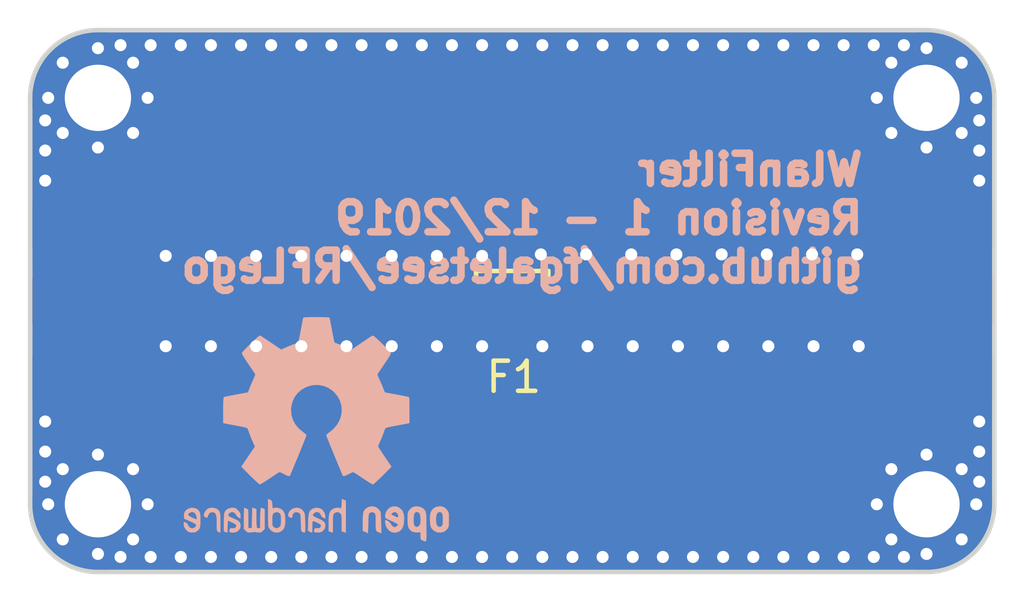
<source format=kicad_pcb>
(kicad_pcb (version 20171130) (host pcbnew "(5.1.4)-1")

  (general
    (thickness 1.6)
    (drawings 35)
    (tracks 100)
    (zones 0)
    (modules 8)
    (nets 4)
  )

  (page A4)
  (layers
    (0 F.Cu signal)
    (31 B.Cu signal)
    (32 B.Adhes user hide)
    (33 F.Adhes user)
    (34 B.Paste user hide)
    (35 F.Paste user hide)
    (36 B.SilkS user hide)
    (37 F.SilkS user)
    (38 B.Mask user)
    (39 F.Mask user)
    (40 Dwgs.User user hide)
    (41 Cmts.User user hide)
    (42 Eco1.User user hide)
    (43 Eco2.User user)
    (44 Edge.Cuts user)
    (45 Margin user)
    (46 B.CrtYd user)
    (47 F.CrtYd user)
    (48 B.Fab user hide)
    (49 F.Fab user hide)
  )

  (setup
    (last_trace_width 0.22)
    (trace_clearance 0.2)
    (zone_clearance 0)
    (zone_45_only no)
    (trace_min 0.2)
    (via_size 0.7)
    (via_drill 0.4)
    (via_min_size 0.6)
    (via_min_drill 0.3)
    (uvia_size 0.3)
    (uvia_drill 0.1)
    (uvias_allowed no)
    (uvia_min_size 0.2)
    (uvia_min_drill 0.1)
    (edge_width 0.15)
    (segment_width 0.15)
    (pcb_text_width 0.3)
    (pcb_text_size 1.5 1.5)
    (mod_edge_width 0.15)
    (mod_text_size 1 1)
    (mod_text_width 0.15)
    (pad_size 0.8 0.5)
    (pad_drill 0)
    (pad_to_mask_clearance 0.051)
    (solder_mask_min_width 0.25)
    (aux_axis_origin 100 100)
    (grid_origin 100 100)
    (visible_elements 7FFFFFFF)
    (pcbplotparams
      (layerselection 0x010fc_ffffffff)
      (usegerberextensions false)
      (usegerberattributes false)
      (usegerberadvancedattributes false)
      (creategerberjobfile false)
      (excludeedgelayer true)
      (linewidth 0.100000)
      (plotframeref false)
      (viasonmask false)
      (mode 1)
      (useauxorigin true)
      (hpglpennumber 1)
      (hpglpenspeed 20)
      (hpglpendiameter 15.000000)
      (psnegative false)
      (psa4output false)
      (plotreference true)
      (plotvalue true)
      (plotinvisibletext false)
      (padsonsilk false)
      (subtractmaskfromsilk false)
      (outputformat 1)
      (mirror false)
      (drillshape 0)
      (scaleselection 1)
      (outputdirectory ""))
  )

  (net 0 "")
  (net 1 GND)
  (net 2 "Net-(F1-Pad1)")
  (net 3 "Net-(F1-Pad2)")

  (net_class Default "This is the default net class."
    (clearance 0.2)
    (trace_width 0.22)
    (via_dia 0.7)
    (via_drill 0.4)
    (uvia_dia 0.3)
    (uvia_drill 0.1)
    (diff_pair_width 0.2)
    (diff_pair_gap 0.2)
    (add_net GND)
  )

  (net_class "50 Ohm thin" ""
    (clearance 0.19)
    (trace_width 1)
    (via_dia 0.7)
    (via_drill 0.4)
    (uvia_dia 0.3)
    (uvia_drill 0.1)
    (diff_pair_width 0.2)
    (diff_pair_gap 0.2)
  )

  (net_class 50Ohm ""
    (clearance 0.32)
    (trace_width 1.5)
    (via_dia 0.7)
    (via_drill 0.4)
    (uvia_dia 0.3)
    (uvia_drill 0.1)
    (diff_pair_width 0.2)
    (diff_pair_gap 0.2)
    (add_net "Net-(F1-Pad1)")
    (add_net "Net-(F1-Pad2)")
  )

  (module MountingHole:MountingHole_2.2mm_M2_Pad_Via (layer F.Cu) (tedit 5C589B5C) (tstamp 5C654A6F)
    (at 102.25 102.25)
    (descr "Mounting Hole 2.2mm, M2")
    (tags "mounting hole 2.2mm m2")
    (path /5C581276)
    (attr virtual)
    (fp_text reference H1 (at 0 -3.2) (layer F.SilkS) hide
      (effects (font (size 1 1) (thickness 0.15)))
    )
    (fp_text value MountingHole_Pad (at 0 3.2) (layer F.Fab)
      (effects (font (size 1 1) (thickness 0.15)))
    )
    (fp_text user %R (at 0.3 0) (layer F.Fab)
      (effects (font (size 1 1) (thickness 0.15)))
    )
    (fp_circle (center 0 0) (end 2.2 0) (layer Cmts.User) (width 0.15))
    (fp_circle (center 0 0) (end 2.45 0) (layer F.CrtYd) (width 0.05))
    (pad 1 thru_hole circle (at 0 0) (size 4.4 4.4) (drill 2.2) (layers *.Cu *.Mask)
      (net 1 GND))
    (pad 1 thru_hole circle (at 1.65 0) (size 0.7 0.7) (drill 0.4) (layers *.Cu *.Mask)
      (net 1 GND))
    (pad 1 thru_hole circle (at 1.166726 1.166726) (size 0.7 0.7) (drill 0.4) (layers *.Cu *.Mask)
      (net 1 GND))
    (pad 1 thru_hole circle (at 0 1.65) (size 0.7 0.7) (drill 0.4) (layers *.Cu *.Mask)
      (net 1 GND))
    (pad 1 thru_hole circle (at -1.166726 1.166726) (size 0.7 0.7) (drill 0.4) (layers *.Cu *.Mask)
      (net 1 GND))
    (pad 1 thru_hole circle (at -1.65 0) (size 0.7 0.7) (drill 0.4) (layers *.Cu *.Mask)
      (net 1 GND))
    (pad 1 thru_hole circle (at -1.166726 -1.166726) (size 0.7 0.7) (drill 0.4) (layers *.Cu *.Mask)
      (net 1 GND))
    (pad 1 thru_hole circle (at 0 -1.65) (size 0.7 0.7) (drill 0.4) (layers *.Cu *.Mask)
      (net 1 GND))
    (pad 1 thru_hole circle (at 1.166726 -1.166726) (size 0.7 0.7) (drill 0.4) (layers *.Cu *.Mask)
      (net 1 GND))
  )

  (module MountingHole:MountingHole_2.2mm_M2_Pad_Via (layer F.Cu) (tedit 5C589B60) (tstamp 5C654BAF)
    (at 102.25 115.75)
    (descr "Mounting Hole 2.2mm, M2")
    (tags "mounting hole 2.2mm m2")
    (path /5C58129C)
    (attr virtual)
    (fp_text reference H2 (at 0 -3.2) (layer F.SilkS) hide
      (effects (font (size 1 1) (thickness 0.15)))
    )
    (fp_text value MountingHole_Pad (at 0 3.2) (layer F.Fab)
      (effects (font (size 1 1) (thickness 0.15)))
    )
    (fp_circle (center 0 0) (end 2.45 0) (layer F.CrtYd) (width 0.05))
    (fp_circle (center 0 0) (end 2.2 0) (layer Cmts.User) (width 0.15))
    (fp_text user %R (at 0.3 0) (layer F.Fab)
      (effects (font (size 1 1) (thickness 0.15)))
    )
    (pad 1 thru_hole circle (at 1.166726 -1.166726) (size 0.7 0.7) (drill 0.4) (layers *.Cu *.Mask)
      (net 1 GND))
    (pad 1 thru_hole circle (at 0 -1.65) (size 0.7 0.7) (drill 0.4) (layers *.Cu *.Mask)
      (net 1 GND))
    (pad 1 thru_hole circle (at -1.166726 -1.166726) (size 0.7 0.7) (drill 0.4) (layers *.Cu *.Mask)
      (net 1 GND))
    (pad 1 thru_hole circle (at -1.65 0) (size 0.7 0.7) (drill 0.4) (layers *.Cu *.Mask)
      (net 1 GND))
    (pad 1 thru_hole circle (at -1.166726 1.166726) (size 0.7 0.7) (drill 0.4) (layers *.Cu *.Mask)
      (net 1 GND))
    (pad 1 thru_hole circle (at 0 1.65) (size 0.7 0.7) (drill 0.4) (layers *.Cu *.Mask)
      (net 1 GND))
    (pad 1 thru_hole circle (at 1.166726 1.166726) (size 0.7 0.7) (drill 0.4) (layers *.Cu *.Mask)
      (net 1 GND))
    (pad 1 thru_hole circle (at 1.65 0) (size 0.7 0.7) (drill 0.4) (layers *.Cu *.Mask)
      (net 1 GND))
    (pad 1 thru_hole circle (at 0 0) (size 4.4 4.4) (drill 2.2) (layers *.Cu *.Mask)
      (net 1 GND))
  )

  (module MountingHole:MountingHole_2.2mm_M2_Pad_Via (layer F.Cu) (tedit 5C589B6A) (tstamp 5C654A8F)
    (at 129.75 102.25)
    (descr "Mounting Hole 2.2mm, M2")
    (tags "mounting hole 2.2mm m2")
    (path /5C589BDE)
    (attr virtual)
    (fp_text reference H3 (at 0 -3.2) (layer F.SilkS) hide
      (effects (font (size 1 1) (thickness 0.15)))
    )
    (fp_text value MountingHole_Pad (at 0 3.2) (layer F.Fab)
      (effects (font (size 1 1) (thickness 0.15)))
    )
    (fp_text user %R (at 0.3 0) (layer F.Fab)
      (effects (font (size 1 1) (thickness 0.15)))
    )
    (fp_circle (center 0 0) (end 2.2 0) (layer Cmts.User) (width 0.15))
    (fp_circle (center 0 0) (end 2.45 0) (layer F.CrtYd) (width 0.05))
    (pad 1 thru_hole circle (at 0 0) (size 4.4 4.4) (drill 2.2) (layers *.Cu *.Mask)
      (net 1 GND))
    (pad 1 thru_hole circle (at 1.65 0) (size 0.7 0.7) (drill 0.4) (layers *.Cu *.Mask)
      (net 1 GND))
    (pad 1 thru_hole circle (at 1.166726 1.166726) (size 0.7 0.7) (drill 0.4) (layers *.Cu *.Mask)
      (net 1 GND))
    (pad 1 thru_hole circle (at 0 1.65) (size 0.7 0.7) (drill 0.4) (layers *.Cu *.Mask)
      (net 1 GND))
    (pad 1 thru_hole circle (at -1.166726 1.166726) (size 0.7 0.7) (drill 0.4) (layers *.Cu *.Mask)
      (net 1 GND))
    (pad 1 thru_hole circle (at -1.65 0) (size 0.7 0.7) (drill 0.4) (layers *.Cu *.Mask)
      (net 1 GND))
    (pad 1 thru_hole circle (at -1.166726 -1.166726) (size 0.7 0.7) (drill 0.4) (layers *.Cu *.Mask)
      (net 1 GND))
    (pad 1 thru_hole circle (at 0 -1.65) (size 0.7 0.7) (drill 0.4) (layers *.Cu *.Mask)
      (net 1 GND))
    (pad 1 thru_hole circle (at 1.166726 -1.166726) (size 0.7 0.7) (drill 0.4) (layers *.Cu *.Mask)
      (net 1 GND))
  )

  (module MountingHole:MountingHole_2.2mm_M2_Pad_Via (layer F.Cu) (tedit 5C589B67) (tstamp 5C654A9F)
    (at 129.75 115.75)
    (descr "Mounting Hole 2.2mm, M2")
    (tags "mounting hole 2.2mm m2")
    (path /5C589CB1)
    (attr virtual)
    (fp_text reference H4 (at 0 -3.2) (layer F.SilkS) hide
      (effects (font (size 1 1) (thickness 0.15)))
    )
    (fp_text value MountingHole_Pad (at 0 3.2) (layer F.Fab)
      (effects (font (size 1 1) (thickness 0.15)))
    )
    (fp_circle (center 0 0) (end 2.45 0) (layer F.CrtYd) (width 0.05))
    (fp_circle (center 0 0) (end 2.2 0) (layer Cmts.User) (width 0.15))
    (fp_text user %R (at 0.3 0) (layer F.Fab)
      (effects (font (size 1 1) (thickness 0.15)))
    )
    (pad 1 thru_hole circle (at 1.166726 -1.166726) (size 0.7 0.7) (drill 0.4) (layers *.Cu *.Mask)
      (net 1 GND))
    (pad 1 thru_hole circle (at 0 -1.65) (size 0.7 0.7) (drill 0.4) (layers *.Cu *.Mask)
      (net 1 GND))
    (pad 1 thru_hole circle (at -1.166726 -1.166726) (size 0.7 0.7) (drill 0.4) (layers *.Cu *.Mask)
      (net 1 GND))
    (pad 1 thru_hole circle (at -1.65 0) (size 0.7 0.7) (drill 0.4) (layers *.Cu *.Mask)
      (net 1 GND))
    (pad 1 thru_hole circle (at -1.166726 1.166726) (size 0.7 0.7) (drill 0.4) (layers *.Cu *.Mask)
      (net 1 GND))
    (pad 1 thru_hole circle (at 0 1.65) (size 0.7 0.7) (drill 0.4) (layers *.Cu *.Mask)
      (net 1 GND))
    (pad 1 thru_hole circle (at 1.166726 1.166726) (size 0.7 0.7) (drill 0.4) (layers *.Cu *.Mask)
      (net 1 GND))
    (pad 1 thru_hole circle (at 1.65 0) (size 0.7 0.7) (drill 0.4) (layers *.Cu *.Mask)
      (net 1 GND))
    (pad 1 thru_hole circle (at 0 0) (size 4.4 4.4) (drill 2.2) (layers *.Cu *.Mask)
      (net 1 GND))
  )

  (module RFLego_Footprint:SMA_Edge (layer F.Cu) (tedit 5C589B63) (tstamp 5C654AA8)
    (at 100 109)
    (path /5C58165C)
    (fp_text reference J1 (at 2.1336 4.6482) (layer F.SilkS) hide
      (effects (font (size 1 1) (thickness 0.15)))
    )
    (fp_text value SMA (at 1.27 6.35) (layer F.Fab) hide
      (effects (font (size 1 1) (thickness 0.15)))
    )
    (pad 1 smd rect (at 2.032 0) (size 4.064 1.524) (layers F.Cu F.Mask)
      (net 2 "Net-(F1-Pad1)"))
    (pad 2 smd rect (at 2.032 -2.54) (size 4.064 1.524) (layers F.Cu F.Mask)
      (net 1 GND))
    (pad 2 smd rect (at 2.032 2.54) (size 4.064 1.524) (layers B.Cu B.Mask)
      (net 1 GND))
    (pad 2 smd rect (at 2.032 -2.54) (size 4.064 1.524) (layers B.Cu B.Mask)
      (net 1 GND))
    (pad 2 smd rect (at 2.032 2.54) (size 4.064 1.524) (layers F.Cu F.Mask)
      (net 1 GND))
  )

  (module RFLego_Footprint:SMA_Edge (layer F.Cu) (tedit 5C58AA95) (tstamp 5C654AB1)
    (at 127.968 109)
    (path /5C581B40)
    (fp_text reference J2 (at 2.1336 4.6482) (layer F.SilkS) hide
      (effects (font (size 1 1) (thickness 0.15)))
    )
    (fp_text value SMA (at 1.27 6.35) (layer F.Fab) hide
      (effects (font (size 1 1) (thickness 0.15)))
    )
    (pad 2 smd rect (at 2.032 2.54) (size 4.064 1.524) (layers F.Cu F.Mask)
      (net 1 GND))
    (pad 2 smd rect (at 2.032 -2.54) (size 4.064 1.524) (layers B.Cu B.Mask)
      (net 1 GND))
    (pad 2 smd rect (at 2.032 2.54) (size 4.064 1.524) (layers B.Cu B.Mask)
      (net 1 GND))
    (pad 2 smd rect (at 2.032 -2.54) (size 4.064 1.524) (layers F.Cu F.Mask)
      (net 1 GND))
    (pad 1 smd rect (at 2.032 0) (size 4.064 1.524) (layers F.Cu F.Mask)
      (net 3 "Net-(F1-Pad2)"))
  )

  (module Symbol:OSHW-Logo2_9.8x8mm_SilkScreen (layer B.Cu) (tedit 0) (tstamp 5C71C66D)
    (at 109.5 113.25 180)
    (descr "Open Source Hardware Symbol")
    (tags "Logo Symbol OSHW")
    (attr virtual)
    (fp_text reference REF** (at 0 0 180) (layer B.SilkS) hide
      (effects (font (size 1 1) (thickness 0.15)) (justify mirror))
    )
    (fp_text value OSHW-Logo2_9.8x8mm_SilkScreen (at 0.75 0 180) (layer B.Fab) hide
      (effects (font (size 1 1) (thickness 0.15)) (justify mirror))
    )
    (fp_poly (pts (xy 0.139878 3.712224) (xy 0.245612 3.711645) (xy 0.322132 3.710078) (xy 0.374372 3.707028)
      (xy 0.407263 3.702004) (xy 0.425737 3.694511) (xy 0.434727 3.684056) (xy 0.439163 3.670147)
      (xy 0.439594 3.668346) (xy 0.446333 3.635855) (xy 0.458808 3.571748) (xy 0.475719 3.482849)
      (xy 0.495771 3.375981) (xy 0.517664 3.257967) (xy 0.518429 3.253822) (xy 0.540359 3.138169)
      (xy 0.560877 3.035986) (xy 0.578659 2.953402) (xy 0.592381 2.896544) (xy 0.600718 2.871542)
      (xy 0.601116 2.871099) (xy 0.625677 2.85889) (xy 0.676315 2.838544) (xy 0.742095 2.814455)
      (xy 0.742461 2.814326) (xy 0.825317 2.783182) (xy 0.923 2.743509) (xy 1.015077 2.703619)
      (xy 1.019434 2.701647) (xy 1.169407 2.63358) (xy 1.501498 2.860361) (xy 1.603374 2.929496)
      (xy 1.695657 2.991303) (xy 1.773003 3.042267) (xy 1.830064 3.078873) (xy 1.861495 3.097606)
      (xy 1.864479 3.098996) (xy 1.887321 3.09281) (xy 1.929982 3.062965) (xy 1.994128 3.008053)
      (xy 2.081421 2.926666) (xy 2.170535 2.840078) (xy 2.256441 2.754753) (xy 2.333327 2.676892)
      (xy 2.396564 2.611303) (xy 2.441523 2.562795) (xy 2.463576 2.536175) (xy 2.464396 2.534805)
      (xy 2.466834 2.516537) (xy 2.45765 2.486705) (xy 2.434574 2.441279) (xy 2.395337 2.37623)
      (xy 2.33767 2.28753) (xy 2.260795 2.173343) (xy 2.19257 2.072838) (xy 2.131582 1.982697)
      (xy 2.081356 1.908151) (xy 2.045416 1.854435) (xy 2.027287 1.826782) (xy 2.026146 1.824905)
      (xy 2.028359 1.79841) (xy 2.045138 1.746914) (xy 2.073142 1.680149) (xy 2.083122 1.658828)
      (xy 2.126672 1.563841) (xy 2.173134 1.456063) (xy 2.210877 1.362808) (xy 2.238073 1.293594)
      (xy 2.259675 1.240994) (xy 2.272158 1.213503) (xy 2.273709 1.211384) (xy 2.296668 1.207876)
      (xy 2.350786 1.198262) (xy 2.428868 1.183911) (xy 2.523719 1.166193) (xy 2.628143 1.146475)
      (xy 2.734944 1.126126) (xy 2.836926 1.106514) (xy 2.926894 1.089009) (xy 2.997653 1.074978)
      (xy 3.042006 1.065791) (xy 3.052885 1.063193) (xy 3.064122 1.056782) (xy 3.072605 1.042303)
      (xy 3.078714 1.014867) (xy 3.082832 0.969589) (xy 3.085341 0.90158) (xy 3.086621 0.805953)
      (xy 3.087054 0.67782) (xy 3.087077 0.625299) (xy 3.087077 0.198155) (xy 2.9845 0.177909)
      (xy 2.927431 0.16693) (xy 2.842269 0.150905) (xy 2.739372 0.131767) (xy 2.629096 0.111449)
      (xy 2.598615 0.105868) (xy 2.496855 0.086083) (xy 2.408205 0.066627) (xy 2.340108 0.049303)
      (xy 2.300004 0.035912) (xy 2.293323 0.031921) (xy 2.276919 0.003658) (xy 2.253399 -0.051109)
      (xy 2.227316 -0.121588) (xy 2.222142 -0.136769) (xy 2.187956 -0.230896) (xy 2.145523 -0.337101)
      (xy 2.103997 -0.432473) (xy 2.103792 -0.432916) (xy 2.03464 -0.582525) (xy 2.489512 -1.251617)
      (xy 2.1975 -1.544116) (xy 2.10918 -1.63117) (xy 2.028625 -1.707909) (xy 1.96036 -1.770237)
      (xy 1.908908 -1.814056) (xy 1.878794 -1.83527) (xy 1.874474 -1.836616) (xy 1.849111 -1.826016)
      (xy 1.797358 -1.796547) (xy 1.724868 -1.751705) (xy 1.637294 -1.694984) (xy 1.542612 -1.631462)
      (xy 1.446516 -1.566668) (xy 1.360837 -1.510287) (xy 1.291016 -1.465788) (xy 1.242494 -1.436639)
      (xy 1.220782 -1.426308) (xy 1.194293 -1.43505) (xy 1.144062 -1.458087) (xy 1.080451 -1.490631)
      (xy 1.073708 -1.494249) (xy 0.988046 -1.53721) (xy 0.929306 -1.558279) (xy 0.892772 -1.558503)
      (xy 0.873731 -1.538928) (xy 0.87362 -1.538654) (xy 0.864102 -1.515472) (xy 0.841403 -1.460441)
      (xy 0.807282 -1.377822) (xy 0.7635 -1.271872) (xy 0.711816 -1.146852) (xy 0.653992 -1.00702)
      (xy 0.597991 -0.871637) (xy 0.536447 -0.722234) (xy 0.479939 -0.583832) (xy 0.430161 -0.460673)
      (xy 0.388806 -0.357002) (xy 0.357568 -0.277059) (xy 0.338141 -0.225088) (xy 0.332154 -0.205692)
      (xy 0.347168 -0.183443) (xy 0.386439 -0.147982) (xy 0.438807 -0.108887) (xy 0.587941 0.014755)
      (xy 0.704511 0.156478) (xy 0.787118 0.313296) (xy 0.834366 0.482225) (xy 0.844857 0.660278)
      (xy 0.837231 0.742461) (xy 0.795682 0.912969) (xy 0.724123 1.063541) (xy 0.626995 1.192691)
      (xy 0.508734 1.298936) (xy 0.37378 1.38079) (xy 0.226571 1.436768) (xy 0.071544 1.465385)
      (xy -0.086861 1.465156) (xy -0.244206 1.434595) (xy -0.396054 1.372218) (xy -0.537965 1.27654)
      (xy -0.597197 1.222428) (xy -0.710797 1.08348) (xy -0.789894 0.931639) (xy -0.835014 0.771333)
      (xy -0.846684 0.606988) (xy -0.825431 0.443029) (xy -0.77178 0.283882) (xy -0.68626 0.133975)
      (xy -0.569395 -0.002267) (xy -0.438807 -0.108887) (xy -0.384412 -0.149642) (xy -0.345986 -0.184718)
      (xy -0.332154 -0.205726) (xy -0.339397 -0.228635) (xy -0.359995 -0.283365) (xy -0.392254 -0.365672)
      (xy -0.434479 -0.471315) (xy -0.484977 -0.59605) (xy -0.542052 -0.735636) (xy -0.598146 -0.87167)
      (xy -0.660033 -1.021201) (xy -0.717356 -1.159767) (xy -0.768356 -1.283107) (xy -0.811273 -1.386964)
      (xy -0.844347 -1.46708) (xy -0.865819 -1.519195) (xy -0.873775 -1.538654) (xy -0.892571 -1.558423)
      (xy -0.928926 -1.558365) (xy -0.987521 -1.537441) (xy -1.073032 -1.494613) (xy -1.073708 -1.494249)
      (xy -1.138093 -1.461012) (xy -1.190139 -1.436802) (xy -1.219488 -1.426404) (xy -1.220783 -1.426308)
      (xy -1.242876 -1.436855) (xy -1.291652 -1.466184) (xy -1.361669 -1.510827) (xy -1.447486 -1.567314)
      (xy -1.542612 -1.631462) (xy -1.63946 -1.696411) (xy -1.726747 -1.752896) (xy -1.798819 -1.797421)
      (xy -1.850023 -1.82649) (xy -1.874474 -1.836616) (xy -1.89699 -1.823307) (xy -1.942258 -1.786112)
      (xy -2.005756 -1.729128) (xy -2.082961 -1.656449) (xy -2.169349 -1.572171) (xy -2.197601 -1.544016)
      (xy -2.489713 -1.251416) (xy -2.267369 -0.925104) (xy -2.199798 -0.824897) (xy -2.140493 -0.734963)
      (xy -2.092783 -0.66051) (xy -2.059993 -0.606751) (xy -2.045452 -0.578894) (xy -2.045026 -0.576912)
      (xy -2.052692 -0.550655) (xy -2.073311 -0.497837) (xy -2.103315 -0.42731) (xy -2.124375 -0.380093)
      (xy -2.163752 -0.289694) (xy -2.200835 -0.198366) (xy -2.229585 -0.1212) (xy -2.237395 -0.097692)
      (xy -2.259583 -0.034916) (xy -2.281273 0.013589) (xy -2.293187 0.031921) (xy -2.319477 0.043141)
      (xy -2.376858 0.059046) (xy -2.457882 0.077833) (xy -2.555105 0.097701) (xy -2.598615 0.105868)
      (xy -2.709104 0.126171) (xy -2.815084 0.14583) (xy -2.906199 0.162912) (xy -2.972092 0.175482)
      (xy -2.9845 0.177909) (xy -3.087077 0.198155) (xy -3.087077 0.625299) (xy -3.086847 0.765754)
      (xy -3.085901 0.872021) (xy -3.083859 0.948987) (xy -3.080338 1.00154) (xy -3.074957 1.034567)
      (xy -3.067334 1.052955) (xy -3.057088 1.061592) (xy -3.052885 1.063193) (xy -3.02753 1.068873)
      (xy -2.971516 1.080205) (xy -2.892036 1.095821) (xy -2.796288 1.114353) (xy -2.691467 1.134431)
      (xy -2.584768 1.154688) (xy -2.483387 1.173754) (xy -2.394521 1.190261) (xy -2.325363 1.202841)
      (xy -2.283111 1.210125) (xy -2.27371 1.211384) (xy -2.265193 1.228237) (xy -2.24634 1.27313)
      (xy -2.220676 1.33757) (xy -2.210877 1.362808) (xy -2.171352 1.460314) (xy -2.124808 1.568041)
      (xy -2.083123 1.658828) (xy -2.05245 1.728247) (xy -2.032044 1.78529) (xy -2.025232 1.820223)
      (xy -2.026318 1.824905) (xy -2.040715 1.847009) (xy -2.073588 1.896169) (xy -2.12141 1.967152)
      (xy -2.180652 2.054722) (xy -2.247785 2.153643) (xy -2.261059 2.17317) (xy -2.338954 2.28886)
      (xy -2.396213 2.376956) (xy -2.435119 2.441514) (xy -2.457956 2.486589) (xy -2.467006 2.516237)
      (xy -2.464552 2.534515) (xy -2.464489 2.534631) (xy -2.445173 2.558639) (xy -2.402449 2.605053)
      (xy -2.340949 2.669063) (xy -2.265302 2.745855) (xy -2.180139 2.830618) (xy -2.170535 2.840078)
      (xy -2.06321 2.944011) (xy -1.980385 3.020325) (xy -1.920395 3.070429) (xy -1.881577 3.09573)
      (xy -1.86448 3.098996) (xy -1.839527 3.08475) (xy -1.787745 3.051844) (xy -1.71448 3.003792)
      (xy -1.62508 2.94411) (xy -1.524889 2.876312) (xy -1.501499 2.860361) (xy -1.169407 2.63358)
      (xy -1.019435 2.701647) (xy -0.92823 2.741315) (xy -0.830331 2.781209) (xy -0.746169 2.813017)
      (xy -0.742462 2.814326) (xy -0.676631 2.838424) (xy -0.625884 2.8588) (xy -0.601158 2.871064)
      (xy -0.601116 2.871099) (xy -0.593271 2.893266) (xy -0.579934 2.947783) (xy -0.56243 3.02852)
      (xy -0.542083 3.12935) (xy -0.520218 3.244144) (xy -0.518429 3.253822) (xy -0.496496 3.372096)
      (xy -0.47636 3.479458) (xy -0.45932 3.569083) (xy -0.446672 3.634149) (xy -0.439716 3.667832)
      (xy -0.439594 3.668346) (xy -0.435361 3.682675) (xy -0.427129 3.693493) (xy -0.409967 3.701294)
      (xy -0.378942 3.706571) (xy -0.329122 3.709818) (xy -0.255576 3.711528) (xy -0.153371 3.712193)
      (xy -0.017575 3.712307) (xy 0 3.712308) (xy 0.139878 3.712224)) (layer B.SilkS) (width 0.01))
    (fp_poly (pts (xy 4.245224 -2.647838) (xy 4.322528 -2.698361) (xy 4.359814 -2.74359) (xy 4.389353 -2.825663)
      (xy 4.391699 -2.890607) (xy 4.386385 -2.977445) (xy 4.186115 -3.065103) (xy 4.088739 -3.109887)
      (xy 4.025113 -3.145913) (xy 3.992029 -3.177117) (xy 3.98628 -3.207436) (xy 4.004658 -3.240805)
      (xy 4.024923 -3.262923) (xy 4.083889 -3.298393) (xy 4.148024 -3.300879) (xy 4.206926 -3.273235)
      (xy 4.250197 -3.21832) (xy 4.257936 -3.198928) (xy 4.295006 -3.138364) (xy 4.337654 -3.112552)
      (xy 4.396154 -3.090471) (xy 4.396154 -3.174184) (xy 4.390982 -3.23115) (xy 4.370723 -3.279189)
      (xy 4.328262 -3.334346) (xy 4.321951 -3.341514) (xy 4.27472 -3.390585) (xy 4.234121 -3.41692)
      (xy 4.183328 -3.429035) (xy 4.14122 -3.433003) (xy 4.065902 -3.433991) (xy 4.012286 -3.421466)
      (xy 3.978838 -3.402869) (xy 3.926268 -3.361975) (xy 3.889879 -3.317748) (xy 3.86685 -3.262126)
      (xy 3.854359 -3.187047) (xy 3.849587 -3.084449) (xy 3.849206 -3.032376) (xy 3.850501 -2.969948)
      (xy 3.968471 -2.969948) (xy 3.969839 -3.003438) (xy 3.973249 -3.008923) (xy 3.995753 -3.001472)
      (xy 4.044182 -2.981753) (xy 4.108908 -2.953718) (xy 4.122443 -2.947692) (xy 4.204244 -2.906096)
      (xy 4.249312 -2.869538) (xy 4.259217 -2.835296) (xy 4.235526 -2.800648) (xy 4.21596 -2.785339)
      (xy 4.14536 -2.754721) (xy 4.07928 -2.75978) (xy 4.023959 -2.797151) (xy 3.985636 -2.863473)
      (xy 3.973349 -2.916116) (xy 3.968471 -2.969948) (xy 3.850501 -2.969948) (xy 3.85173 -2.91072)
      (xy 3.861032 -2.82071) (xy 3.87946 -2.755167) (xy 3.90936 -2.706912) (xy 3.95308 -2.668767)
      (xy 3.972141 -2.65644) (xy 4.058726 -2.624336) (xy 4.153522 -2.622316) (xy 4.245224 -2.647838)) (layer B.SilkS) (width 0.01))
    (fp_poly (pts (xy 3.570807 -2.636782) (xy 3.594161 -2.646988) (xy 3.649902 -2.691134) (xy 3.697569 -2.754967)
      (xy 3.727048 -2.823087) (xy 3.731846 -2.85667) (xy 3.71576 -2.903556) (xy 3.680475 -2.928365)
      (xy 3.642644 -2.943387) (xy 3.625321 -2.946155) (xy 3.616886 -2.926066) (xy 3.60023 -2.882351)
      (xy 3.592923 -2.862598) (xy 3.551948 -2.794271) (xy 3.492622 -2.760191) (xy 3.416552 -2.761239)
      (xy 3.410918 -2.762581) (xy 3.370305 -2.781836) (xy 3.340448 -2.819375) (xy 3.320055 -2.879809)
      (xy 3.307836 -2.967751) (xy 3.3025 -3.087813) (xy 3.302 -3.151698) (xy 3.301752 -3.252403)
      (xy 3.300126 -3.321054) (xy 3.295801 -3.364673) (xy 3.287454 -3.390282) (xy 3.273765 -3.404903)
      (xy 3.253411 -3.415558) (xy 3.252234 -3.416095) (xy 3.213038 -3.432667) (xy 3.193619 -3.438769)
      (xy 3.190635 -3.420319) (xy 3.188081 -3.369323) (xy 3.18614 -3.292308) (xy 3.184997 -3.195805)
      (xy 3.184769 -3.125184) (xy 3.185932 -2.988525) (xy 3.190479 -2.884851) (xy 3.199999 -2.808108)
      (xy 3.216081 -2.752246) (xy 3.240313 -2.711212) (xy 3.274286 -2.678954) (xy 3.307833 -2.65644)
      (xy 3.388499 -2.626476) (xy 3.482381 -2.619718) (xy 3.570807 -2.636782)) (layer B.SilkS) (width 0.01))
    (fp_poly (pts (xy 2.887333 -2.633528) (xy 2.94359 -2.659117) (xy 2.987747 -2.690124) (xy 3.020101 -2.724795)
      (xy 3.042438 -2.76952) (xy 3.056546 -2.830692) (xy 3.064211 -2.914701) (xy 3.06722 -3.02794)
      (xy 3.067538 -3.102509) (xy 3.067538 -3.39342) (xy 3.017773 -3.416095) (xy 2.978576 -3.432667)
      (xy 2.959157 -3.438769) (xy 2.955442 -3.42061) (xy 2.952495 -3.371648) (xy 2.950691 -3.300153)
      (xy 2.950308 -3.243385) (xy 2.948661 -3.161371) (xy 2.944222 -3.096309) (xy 2.93774 -3.056467)
      (xy 2.93259 -3.048) (xy 2.897977 -3.056646) (xy 2.84364 -3.078823) (xy 2.780722 -3.108886)
      (xy 2.720368 -3.141192) (xy 2.673721 -3.170098) (xy 2.651926 -3.189961) (xy 2.651839 -3.190175)
      (xy 2.653714 -3.226935) (xy 2.670525 -3.262026) (xy 2.700039 -3.290528) (xy 2.743116 -3.300061)
      (xy 2.779932 -3.29895) (xy 2.832074 -3.298133) (xy 2.859444 -3.310349) (xy 2.875882 -3.342624)
      (xy 2.877955 -3.34871) (xy 2.885081 -3.394739) (xy 2.866024 -3.422687) (xy 2.816353 -3.436007)
      (xy 2.762697 -3.43847) (xy 2.666142 -3.42021) (xy 2.616159 -3.394131) (xy 2.554429 -3.332868)
      (xy 2.52169 -3.25767) (xy 2.518753 -3.178211) (xy 2.546424 -3.104167) (xy 2.588047 -3.057769)
      (xy 2.629604 -3.031793) (xy 2.694922 -2.998907) (xy 2.771038 -2.965557) (xy 2.783726 -2.960461)
      (xy 2.867333 -2.923565) (xy 2.91553 -2.891046) (xy 2.93103 -2.858718) (xy 2.91655 -2.822394)
      (xy 2.891692 -2.794) (xy 2.832939 -2.759039) (xy 2.768293 -2.756417) (xy 2.709008 -2.783358)
      (xy 2.666339 -2.837088) (xy 2.660739 -2.85095) (xy 2.628133 -2.901936) (xy 2.58053 -2.939787)
      (xy 2.520461 -2.97085) (xy 2.520461 -2.882768) (xy 2.523997 -2.828951) (xy 2.539156 -2.786534)
      (xy 2.572768 -2.741279) (xy 2.605035 -2.70642) (xy 2.655209 -2.657062) (xy 2.694193 -2.630547)
      (xy 2.736064 -2.619911) (xy 2.78346 -2.618154) (xy 2.887333 -2.633528)) (layer B.SilkS) (width 0.01))
    (fp_poly (pts (xy 2.395929 -2.636662) (xy 2.398911 -2.688068) (xy 2.401247 -2.766192) (xy 2.402749 -2.864857)
      (xy 2.403231 -2.968343) (xy 2.403231 -3.318533) (xy 2.341401 -3.380363) (xy 2.298793 -3.418462)
      (xy 2.26139 -3.433895) (xy 2.21027 -3.432918) (xy 2.189978 -3.430433) (xy 2.126554 -3.4232)
      (xy 2.074095 -3.419055) (xy 2.061308 -3.418672) (xy 2.018199 -3.421176) (xy 1.956544 -3.427462)
      (xy 1.932638 -3.430433) (xy 1.873922 -3.435028) (xy 1.834464 -3.425046) (xy 1.795338 -3.394228)
      (xy 1.781215 -3.380363) (xy 1.719385 -3.318533) (xy 1.719385 -2.663503) (xy 1.76915 -2.640829)
      (xy 1.812002 -2.624034) (xy 1.837073 -2.618154) (xy 1.843501 -2.636736) (xy 1.849509 -2.688655)
      (xy 1.854697 -2.768172) (xy 1.858664 -2.869546) (xy 1.860577 -2.955192) (xy 1.865923 -3.292231)
      (xy 1.91256 -3.298825) (xy 1.954976 -3.294214) (xy 1.97576 -3.279287) (xy 1.98157 -3.251377)
      (xy 1.98653 -3.191925) (xy 1.990246 -3.108466) (xy 1.992324 -3.008532) (xy 1.992624 -2.957104)
      (xy 1.992923 -2.661054) (xy 2.054454 -2.639604) (xy 2.098004 -2.62502) (xy 2.121694 -2.618219)
      (xy 2.122377 -2.618154) (xy 2.124754 -2.636642) (xy 2.127366 -2.687906) (xy 2.129995 -2.765649)
      (xy 2.132421 -2.863574) (xy 2.134115 -2.955192) (xy 2.139461 -3.292231) (xy 2.256692 -3.292231)
      (xy 2.262072 -2.984746) (xy 2.267451 -2.677261) (xy 2.324601 -2.647707) (xy 2.366797 -2.627413)
      (xy 2.39177 -2.618204) (xy 2.392491 -2.618154) (xy 2.395929 -2.636662)) (layer B.SilkS) (width 0.01))
    (fp_poly (pts (xy 1.602081 -2.780289) (xy 1.601833 -2.92632) (xy 1.600872 -3.038655) (xy 1.598794 -3.122678)
      (xy 1.595193 -3.183769) (xy 1.589665 -3.227309) (xy 1.581804 -3.258679) (xy 1.571207 -3.283262)
      (xy 1.563182 -3.297294) (xy 1.496728 -3.373388) (xy 1.41247 -3.421084) (xy 1.319249 -3.438199)
      (xy 1.2259 -3.422546) (xy 1.170312 -3.394418) (xy 1.111957 -3.34576) (xy 1.072186 -3.286333)
      (xy 1.04819 -3.208507) (xy 1.037161 -3.104652) (xy 1.035599 -3.028462) (xy 1.035809 -3.022986)
      (xy 1.172308 -3.022986) (xy 1.173141 -3.110355) (xy 1.176961 -3.168192) (xy 1.185746 -3.206029)
      (xy 1.201474 -3.233398) (xy 1.220266 -3.254042) (xy 1.283375 -3.29389) (xy 1.351137 -3.297295)
      (xy 1.415179 -3.264025) (xy 1.420164 -3.259517) (xy 1.441439 -3.236067) (xy 1.454779 -3.208166)
      (xy 1.462001 -3.166641) (xy 1.464923 -3.102316) (xy 1.465385 -3.0312) (xy 1.464383 -2.941858)
      (xy 1.460238 -2.882258) (xy 1.451236 -2.843089) (xy 1.435667 -2.81504) (xy 1.422902 -2.800144)
      (xy 1.3636 -2.762575) (xy 1.295301 -2.758057) (xy 1.23011 -2.786753) (xy 1.217528 -2.797406)
      (xy 1.196111 -2.821063) (xy 1.182744 -2.849251) (xy 1.175566 -2.891245) (xy 1.172719 -2.956319)
      (xy 1.172308 -3.022986) (xy 1.035809 -3.022986) (xy 1.040322 -2.905765) (xy 1.056362 -2.813577)
      (xy 1.086528 -2.744269) (xy 1.133629 -2.690211) (xy 1.170312 -2.662505) (xy 1.23699 -2.632572)
      (xy 1.314272 -2.618678) (xy 1.38611 -2.622397) (xy 1.426308 -2.6374) (xy 1.442082 -2.64167)
      (xy 1.45255 -2.62575) (xy 1.459856 -2.583089) (xy 1.465385 -2.518106) (xy 1.471437 -2.445732)
      (xy 1.479844 -2.402187) (xy 1.495141 -2.377287) (xy 1.521864 -2.360845) (xy 1.538654 -2.353564)
      (xy 1.602154 -2.326963) (xy 1.602081 -2.780289)) (layer B.SilkS) (width 0.01))
    (fp_poly (pts (xy 0.713362 -2.62467) (xy 0.802117 -2.657421) (xy 0.874022 -2.71535) (xy 0.902144 -2.756128)
      (xy 0.932802 -2.830954) (xy 0.932165 -2.885058) (xy 0.899987 -2.921446) (xy 0.888081 -2.927633)
      (xy 0.836675 -2.946925) (xy 0.810422 -2.941982) (xy 0.80153 -2.909587) (xy 0.801077 -2.891692)
      (xy 0.784797 -2.825859) (xy 0.742365 -2.779807) (xy 0.683388 -2.757564) (xy 0.617475 -2.763161)
      (xy 0.563895 -2.792229) (xy 0.545798 -2.80881) (xy 0.532971 -2.828925) (xy 0.524306 -2.859332)
      (xy 0.518696 -2.906788) (xy 0.515035 -2.97805) (xy 0.512215 -3.079875) (xy 0.511484 -3.112115)
      (xy 0.50882 -3.22241) (xy 0.505792 -3.300036) (xy 0.50125 -3.351396) (xy 0.494046 -3.38289)
      (xy 0.483033 -3.40092) (xy 0.46706 -3.411888) (xy 0.456834 -3.416733) (xy 0.413406 -3.433301)
      (xy 0.387842 -3.438769) (xy 0.379395 -3.420507) (xy 0.374239 -3.365296) (xy 0.372346 -3.272499)
      (xy 0.373689 -3.141478) (xy 0.374107 -3.121269) (xy 0.377058 -3.001733) (xy 0.380548 -2.914449)
      (xy 0.385514 -2.852591) (xy 0.392893 -2.809336) (xy 0.403624 -2.77786) (xy 0.418645 -2.751339)
      (xy 0.426502 -2.739975) (xy 0.471553 -2.689692) (xy 0.52194 -2.650581) (xy 0.528108 -2.647167)
      (xy 0.618458 -2.620212) (xy 0.713362 -2.62467)) (layer B.SilkS) (width 0.01))
    (fp_poly (pts (xy 0.053501 -2.626303) (xy 0.13006 -2.654733) (xy 0.130936 -2.655279) (xy 0.178285 -2.690127)
      (xy 0.213241 -2.730852) (xy 0.237825 -2.783925) (xy 0.254062 -2.855814) (xy 0.263975 -2.952992)
      (xy 0.269586 -3.081928) (xy 0.270077 -3.100298) (xy 0.277141 -3.377287) (xy 0.217695 -3.408028)
      (xy 0.174681 -3.428802) (xy 0.14871 -3.438646) (xy 0.147509 -3.438769) (xy 0.143014 -3.420606)
      (xy 0.139444 -3.371612) (xy 0.137248 -3.300031) (xy 0.136769 -3.242068) (xy 0.136758 -3.14817)
      (xy 0.132466 -3.089203) (xy 0.117503 -3.061079) (xy 0.085482 -3.059706) (xy 0.030014 -3.080998)
      (xy -0.053731 -3.120136) (xy -0.115311 -3.152643) (xy -0.146983 -3.180845) (xy -0.156294 -3.211582)
      (xy -0.156308 -3.213104) (xy -0.140943 -3.266054) (xy -0.095453 -3.29466) (xy -0.025834 -3.298803)
      (xy 0.024313 -3.298084) (xy 0.050754 -3.312527) (xy 0.067243 -3.347218) (xy 0.076733 -3.391416)
      (xy 0.063057 -3.416493) (xy 0.057907 -3.420082) (xy 0.009425 -3.434496) (xy -0.058469 -3.436537)
      (xy -0.128388 -3.426983) (xy -0.177932 -3.409522) (xy -0.24643 -3.351364) (xy -0.285366 -3.270408)
      (xy -0.293077 -3.20716) (xy -0.287193 -3.150111) (xy -0.265899 -3.103542) (xy -0.223735 -3.062181)
      (xy -0.155241 -3.020755) (xy -0.054956 -2.973993) (xy -0.048846 -2.97135) (xy 0.04149 -2.929617)
      (xy 0.097235 -2.895391) (xy 0.121129 -2.864635) (xy 0.115913 -2.833311) (xy 0.084328 -2.797383)
      (xy 0.074883 -2.789116) (xy 0.011617 -2.757058) (xy -0.053936 -2.758407) (xy -0.111028 -2.789838)
      (xy -0.148907 -2.848024) (xy -0.152426 -2.859446) (xy -0.1867 -2.914837) (xy -0.230191 -2.941518)
      (xy -0.293077 -2.96796) (xy -0.293077 -2.899548) (xy -0.273948 -2.80011) (xy -0.217169 -2.708902)
      (xy -0.187622 -2.678389) (xy -0.120458 -2.639228) (xy -0.035044 -2.6215) (xy 0.053501 -2.626303)) (layer B.SilkS) (width 0.01))
    (fp_poly (pts (xy -0.840154 -2.49212) (xy -0.834428 -2.57198) (xy -0.827851 -2.619039) (xy -0.818738 -2.639566)
      (xy -0.805402 -2.639829) (xy -0.801077 -2.637378) (xy -0.743556 -2.619636) (xy -0.668732 -2.620672)
      (xy -0.592661 -2.63891) (xy -0.545082 -2.662505) (xy -0.496298 -2.700198) (xy -0.460636 -2.742855)
      (xy -0.436155 -2.797057) (xy -0.420913 -2.869384) (xy -0.41297 -2.966419) (xy -0.410384 -3.094742)
      (xy -0.410338 -3.119358) (xy -0.410308 -3.39587) (xy -0.471839 -3.41732) (xy -0.515541 -3.431912)
      (xy -0.539518 -3.438706) (xy -0.540223 -3.438769) (xy -0.542585 -3.420345) (xy -0.544594 -3.369526)
      (xy -0.546099 -3.292993) (xy -0.546947 -3.19743) (xy -0.547077 -3.139329) (xy -0.547349 -3.024771)
      (xy -0.548748 -2.942667) (xy -0.552151 -2.886393) (xy -0.558433 -2.849326) (xy -0.568471 -2.824844)
      (xy -0.583139 -2.806325) (xy -0.592298 -2.797406) (xy -0.655211 -2.761466) (xy -0.723864 -2.758775)
      (xy -0.786152 -2.78917) (xy -0.797671 -2.800144) (xy -0.814567 -2.820779) (xy -0.826286 -2.845256)
      (xy -0.833767 -2.880647) (xy -0.837946 -2.934026) (xy -0.839763 -3.012466) (xy -0.840154 -3.120617)
      (xy -0.840154 -3.39587) (xy -0.901685 -3.41732) (xy -0.945387 -3.431912) (xy -0.969364 -3.438706)
      (xy -0.97007 -3.438769) (xy -0.971874 -3.420069) (xy -0.9735 -3.367322) (xy -0.974883 -3.285557)
      (xy -0.975958 -3.179805) (xy -0.97666 -3.055094) (xy -0.976923 -2.916455) (xy -0.976923 -2.381806)
      (xy -0.849923 -2.328236) (xy -0.840154 -2.49212)) (layer B.SilkS) (width 0.01))
    (fp_poly (pts (xy -2.465746 -2.599745) (xy -2.388714 -2.651567) (xy -2.329184 -2.726412) (xy -2.293622 -2.821654)
      (xy -2.286429 -2.891756) (xy -2.287246 -2.921009) (xy -2.294086 -2.943407) (xy -2.312888 -2.963474)
      (xy -2.349592 -2.985733) (xy -2.410138 -3.014709) (xy -2.500466 -3.054927) (xy -2.500923 -3.055129)
      (xy -2.584067 -3.09321) (xy -2.652247 -3.127025) (xy -2.698495 -3.152933) (xy -2.715842 -3.167295)
      (xy -2.715846 -3.167411) (xy -2.700557 -3.198685) (xy -2.664804 -3.233157) (xy -2.623758 -3.25799)
      (xy -2.602963 -3.262923) (xy -2.54623 -3.245862) (xy -2.497373 -3.203133) (xy -2.473535 -3.156155)
      (xy -2.450603 -3.121522) (xy -2.405682 -3.082081) (xy -2.352877 -3.048009) (xy -2.30629 -3.02948)
      (xy -2.296548 -3.028462) (xy -2.285582 -3.045215) (xy -2.284921 -3.088039) (xy -2.29298 -3.145781)
      (xy -2.308173 -3.207289) (xy -2.328914 -3.261409) (xy -2.329962 -3.26351) (xy -2.392379 -3.35066)
      (xy -2.473274 -3.409939) (xy -2.565144 -3.439034) (xy -2.660487 -3.435634) (xy -2.751802 -3.397428)
      (xy -2.755862 -3.394741) (xy -2.827694 -3.329642) (xy -2.874927 -3.244705) (xy -2.901066 -3.133021)
      (xy -2.904574 -3.101643) (xy -2.910787 -2.953536) (xy -2.903339 -2.884468) (xy -2.715846 -2.884468)
      (xy -2.71341 -2.927552) (xy -2.700086 -2.940126) (xy -2.666868 -2.930719) (xy -2.614506 -2.908483)
      (xy -2.555976 -2.88061) (xy -2.554521 -2.879872) (xy -2.504911 -2.853777) (xy -2.485 -2.836363)
      (xy -2.48991 -2.818107) (xy -2.510584 -2.79412) (xy -2.563181 -2.759406) (xy -2.619823 -2.756856)
      (xy -2.670631 -2.782119) (xy -2.705724 -2.830847) (xy -2.715846 -2.884468) (xy -2.903339 -2.884468)
      (xy -2.898008 -2.835036) (xy -2.865222 -2.741055) (xy -2.819579 -2.675215) (xy -2.737198 -2.608681)
      (xy -2.646454 -2.575676) (xy -2.553815 -2.573573) (xy -2.465746 -2.599745)) (layer B.SilkS) (width 0.01))
    (fp_poly (pts (xy -3.983114 -2.587256) (xy -3.891536 -2.635409) (xy -3.823951 -2.712905) (xy -3.799943 -2.762727)
      (xy -3.781262 -2.837533) (xy -3.771699 -2.932052) (xy -3.770792 -3.03521) (xy -3.778079 -3.135935)
      (xy -3.793097 -3.223153) (xy -3.815385 -3.285791) (xy -3.822235 -3.296579) (xy -3.903368 -3.377105)
      (xy -3.999734 -3.425336) (xy -4.104299 -3.43945) (xy -4.210032 -3.417629) (xy -4.239457 -3.404547)
      (xy -4.296759 -3.364231) (xy -4.34705 -3.310775) (xy -4.351803 -3.303995) (xy -4.371122 -3.271321)
      (xy -4.383892 -3.236394) (xy -4.391436 -3.190414) (xy -4.395076 -3.124584) (xy -4.396135 -3.030105)
      (xy -4.396154 -3.008923) (xy -4.396106 -3.002182) (xy -4.200769 -3.002182) (xy -4.199632 -3.091349)
      (xy -4.195159 -3.15052) (xy -4.185754 -3.188741) (xy -4.169824 -3.215053) (xy -4.161692 -3.223846)
      (xy -4.114942 -3.257261) (xy -4.069553 -3.255737) (xy -4.02366 -3.226752) (xy -3.996288 -3.195809)
      (xy -3.980077 -3.150643) (xy -3.970974 -3.07942) (xy -3.970349 -3.071114) (xy -3.968796 -2.942037)
      (xy -3.985035 -2.846172) (xy -4.018848 -2.784107) (xy -4.070016 -2.756432) (xy -4.08828 -2.754923)
      (xy -4.13624 -2.762513) (xy -4.169047 -2.788808) (xy -4.189105 -2.839095) (xy -4.198822 -2.918664)
      (xy -4.200769 -3.002182) (xy -4.396106 -3.002182) (xy -4.395426 -2.908249) (xy -4.392371 -2.837906)
      (xy -4.385678 -2.789163) (xy -4.37404 -2.753288) (xy -4.356147 -2.721548) (xy -4.352192 -2.715648)
      (xy -4.285733 -2.636104) (xy -4.213315 -2.589929) (xy -4.125151 -2.571599) (xy -4.095213 -2.570703)
      (xy -3.983114 -2.587256)) (layer B.SilkS) (width 0.01))
    (fp_poly (pts (xy -1.728336 -2.595089) (xy -1.665633 -2.631358) (xy -1.622039 -2.667358) (xy -1.590155 -2.705075)
      (xy -1.56819 -2.751199) (xy -1.554351 -2.812421) (xy -1.546847 -2.895431) (xy -1.543883 -3.006919)
      (xy -1.543539 -3.087062) (xy -1.543539 -3.382065) (xy -1.709615 -3.456515) (xy -1.719385 -3.133402)
      (xy -1.723421 -3.012729) (xy -1.727656 -2.925141) (xy -1.732903 -2.86465) (xy -1.739975 -2.825268)
      (xy -1.749689 -2.801007) (xy -1.762856 -2.78588) (xy -1.767081 -2.782606) (xy -1.831091 -2.757034)
      (xy -1.895792 -2.767153) (xy -1.934308 -2.794) (xy -1.949975 -2.813024) (xy -1.96082 -2.837988)
      (xy -1.967712 -2.875834) (xy -1.971521 -2.933502) (xy -1.973117 -3.017935) (xy -1.973385 -3.105928)
      (xy -1.973437 -3.216323) (xy -1.975328 -3.294463) (xy -1.981655 -3.347165) (xy -1.995017 -3.381242)
      (xy -2.018015 -3.403511) (xy -2.053246 -3.420787) (xy -2.100303 -3.438738) (xy -2.151697 -3.458278)
      (xy -2.145579 -3.111485) (xy -2.143116 -2.986468) (xy -2.140233 -2.894082) (xy -2.136102 -2.827881)
      (xy -2.129893 -2.78142) (xy -2.120774 -2.748256) (xy -2.107917 -2.721944) (xy -2.092416 -2.698729)
      (xy -2.017629 -2.624569) (xy -1.926372 -2.581684) (xy -1.827117 -2.571412) (xy -1.728336 -2.595089)) (layer B.SilkS) (width 0.01))
    (fp_poly (pts (xy -3.231114 -2.584505) (xy -3.156461 -2.621727) (xy -3.090569 -2.690261) (xy -3.072423 -2.715648)
      (xy -3.052655 -2.748866) (xy -3.039828 -2.784945) (xy -3.03249 -2.833098) (xy -3.029187 -2.902536)
      (xy -3.028462 -2.994206) (xy -3.031737 -3.11983) (xy -3.043123 -3.214154) (xy -3.064959 -3.284523)
      (xy -3.099581 -3.338286) (xy -3.14933 -3.382788) (xy -3.152986 -3.385423) (xy -3.202015 -3.412377)
      (xy -3.261055 -3.425712) (xy -3.336141 -3.429) (xy -3.458205 -3.429) (xy -3.458256 -3.547497)
      (xy -3.459392 -3.613492) (xy -3.466314 -3.652202) (xy -3.484402 -3.675419) (xy -3.519038 -3.694933)
      (xy -3.527355 -3.69892) (xy -3.56628 -3.717603) (xy -3.596417 -3.729403) (xy -3.618826 -3.730422)
      (xy -3.634567 -3.716761) (xy -3.644698 -3.684522) (xy -3.650277 -3.629804) (xy -3.652365 -3.548711)
      (xy -3.652019 -3.437344) (xy -3.6503 -3.291802) (xy -3.649763 -3.248269) (xy -3.647828 -3.098205)
      (xy -3.646096 -3.000042) (xy -3.458308 -3.000042) (xy -3.457252 -3.083364) (xy -3.452562 -3.13788)
      (xy -3.441949 -3.173837) (xy -3.423128 -3.201482) (xy -3.41035 -3.214965) (xy -3.35811 -3.254417)
      (xy -3.311858 -3.257628) (xy -3.264133 -3.225049) (xy -3.262923 -3.223846) (xy -3.243506 -3.198668)
      (xy -3.231693 -3.164447) (xy -3.225735 -3.111748) (xy -3.22388 -3.031131) (xy -3.223846 -3.013271)
      (xy -3.22833 -2.902175) (xy -3.242926 -2.825161) (xy -3.26935 -2.778147) (xy -3.309317 -2.75705)
      (xy -3.332416 -2.754923) (xy -3.387238 -2.7649) (xy -3.424842 -2.797752) (xy -3.447477 -2.857857)
      (xy -3.457394 -2.949598) (xy -3.458308 -3.000042) (xy -3.646096 -3.000042) (xy -3.645778 -2.98206)
      (xy -3.643127 -2.894679) (xy -3.639394 -2.830905) (xy -3.634093 -2.785582) (xy -3.626742 -2.753555)
      (xy -3.616857 -2.729668) (xy -3.603954 -2.708764) (xy -3.598421 -2.700898) (xy -3.525031 -2.626595)
      (xy -3.43224 -2.584467) (xy -3.324904 -2.572722) (xy -3.231114 -2.584505)) (layer B.SilkS) (width 0.01))
  )

  (module RFLego_Footprint:TDC_WlanFilter (layer F.Cu) (tedit 5DDC3399) (tstamp 5DDC8408)
    (at 116 109)
    (path /5DDC3EB5)
    (fp_text reference F1 (at 0.05 2.525) (layer F.SilkS)
      (effects (font (size 1 1) (thickness 0.15)))
    )
    (fp_text value Filter (at 0 -2.4) (layer F.Fab)
      (effects (font (size 1 1) (thickness 0.15)))
    )
    (fp_line (start -1 -1) (end 1.2 -1) (layer F.SilkS) (width 0.15))
    (fp_line (start 1.2 -1) (end 1.2 -0.8) (layer F.SilkS) (width 0.15))
    (fp_line (start -1 -1) (end -1.2 -1) (layer F.SilkS) (width 0.15))
    (fp_line (start -1.2 -1) (end -1.2 -0.8) (layer F.SilkS) (width 0.15))
    (pad 1 smd rect (at -0.85 0) (size 0.5 0.3) (layers F.Cu F.Paste F.Mask)
      (net 2 "Net-(F1-Pad1)"))
    (pad 2 smd rect (at 0.85 0) (size 0.5 0.3) (layers F.Cu F.Paste F.Mask)
      (net 3 "Net-(F1-Pad2)"))
    (pad 3 smd rect (at 0 0.45) (size 0.8 0.5) (layers F.Cu F.Paste F.Mask)
      (net 1 GND) (zone_connect 1))
    (pad 3 smd rect (at 0 -0.45) (size 0.8 0.5) (layers F.Cu F.Paste F.Mask)
      (net 1 GND) (zone_connect 1))
  )

  (dimension 18 (width 0.3) (layer Cmts.User)
    (gr_text "18.000 mm" (at 139.85 109 270) (layer Cmts.User)
      (effects (font (size 1.5 1.5) (thickness 0.3)))
    )
    (feature1 (pts (xy 129.75 118) (xy 138.336421 118)))
    (feature2 (pts (xy 129.75 100) (xy 138.336421 100)))
    (crossbar (pts (xy 137.75 100) (xy 137.75 118)))
    (arrow1a (pts (xy 137.75 118) (xy 137.163579 116.873496)))
    (arrow1b (pts (xy 137.75 118) (xy 138.336421 116.873496)))
    (arrow2a (pts (xy 137.75 100) (xy 137.163579 101.126504)))
    (arrow2b (pts (xy 137.75 100) (xy 138.336421 101.126504)))
  )
  (dimension 32 (width 0.3) (layer Cmts.User)
    (gr_text "32.000 mm" (at 116 124.6) (layer Cmts.User)
      (effects (font (size 1.5 1.5) (thickness 0.3)))
    )
    (feature1 (pts (xy 132 115.75) (xy 132 123.086421)))
    (feature2 (pts (xy 100 115.75) (xy 100 123.086421)))
    (crossbar (pts (xy 100 122.5) (xy 132 122.5)))
    (arrow1a (pts (xy 132 122.5) (xy 130.873496 123.086421)))
    (arrow1b (pts (xy 132 122.5) (xy 130.873496 121.913579)))
    (arrow2a (pts (xy 100 122.5) (xy 101.126504 123.086421)))
    (arrow2b (pts (xy 100 122.5) (xy 101.126504 121.913579)))
  )
  (dimension 2.25 (width 0.25) (layer Dwgs.User)
    (gr_text "2.25 mm" (at 93 116.875 90) (layer Dwgs.User)
      (effects (font (size 1 1) (thickness 0.25)))
    )
    (feature1 (pts (xy 102.25 115.75) (xy 93.913579 115.75)))
    (feature2 (pts (xy 102.25 118) (xy 93.913579 118)))
    (crossbar (pts (xy 94.5 118) (xy 94.5 115.75)))
    (arrow1a (pts (xy 94.5 115.75) (xy 95.086421 116.876504)))
    (arrow1b (pts (xy 94.5 115.75) (xy 93.913579 116.876504)))
    (arrow2a (pts (xy 94.5 118) (xy 95.086421 116.873496)))
    (arrow2b (pts (xy 94.5 118) (xy 93.913579 116.873496)))
  )
  (dimension 13.5 (width 0.25) (layer Dwgs.User)
    (gr_text "13.50 mm" (at 93 109 90) (layer Dwgs.User)
      (effects (font (size 1 1) (thickness 0.25)))
    )
    (feature1 (pts (xy 102.25 102.25) (xy 93.913579 102.25)))
    (feature2 (pts (xy 102.25 115.75) (xy 93.913579 115.75)))
    (crossbar (pts (xy 94.5 115.75) (xy 94.5 102.25)))
    (arrow1a (pts (xy 94.5 102.25) (xy 95.086421 103.376504)))
    (arrow1b (pts (xy 94.5 102.25) (xy 93.913579 103.376504)))
    (arrow2a (pts (xy 94.5 115.75) (xy 95.086421 114.623496)))
    (arrow2b (pts (xy 94.5 115.75) (xy 93.913579 114.623496)))
  )
  (dimension 2.25 (width 0.25) (layer Dwgs.User)
    (gr_text "2.25 mm" (at 93 101.125 90) (layer Dwgs.User)
      (effects (font (size 1 1) (thickness 0.25)))
    )
    (feature1 (pts (xy 102.25 100) (xy 93.913579 100)))
    (feature2 (pts (xy 102.25 102.25) (xy 93.913579 102.25)))
    (crossbar (pts (xy 94.5 102.25) (xy 94.5 100)))
    (arrow1a (pts (xy 94.5 100) (xy 95.086421 101.126504)))
    (arrow1b (pts (xy 94.5 100) (xy 93.913579 101.126504)))
    (arrow2a (pts (xy 94.5 102.25) (xy 95.086421 101.123496)))
    (arrow2b (pts (xy 94.5 102.25) (xy 93.913579 101.123496)))
  )
  (dimension 27.5 (width 0.25) (layer Dwgs.User)
    (gr_text "27.500 mm" (at 116 94.5) (layer Dwgs.User)
      (effects (font (size 1 1) (thickness 0.25)))
    )
    (feature1 (pts (xy 102.25 102.25) (xy 102.25 95.413579)))
    (feature2 (pts (xy 129.75 102.25) (xy 129.75 95.413579)))
    (crossbar (pts (xy 129.75 96) (xy 102.25 96)))
    (arrow1a (pts (xy 102.25 96) (xy 103.376504 95.413579)))
    (arrow1b (pts (xy 102.25 96) (xy 103.376504 96.586421)))
    (arrow2a (pts (xy 129.75 96) (xy 128.623496 95.413579)))
    (arrow2b (pts (xy 129.75 96) (xy 128.623496 96.586421)))
  )
  (dimension 2.25 (width 0.25) (layer Dwgs.User)
    (gr_text "2.250 mm" (at 130.875 94.5) (layer Dwgs.User)
      (effects (font (size 1 1) (thickness 0.25)))
    )
    (feature1 (pts (xy 132 102.25) (xy 132 95.413579)))
    (feature2 (pts (xy 129.75 102.25) (xy 129.75 95.413579)))
    (crossbar (pts (xy 129.75 96) (xy 132 96)))
    (arrow1a (pts (xy 132 96) (xy 130.873496 96.586421)))
    (arrow1b (pts (xy 132 96) (xy 130.873496 95.413579)))
    (arrow2a (pts (xy 129.75 96) (xy 130.876504 96.586421)))
    (arrow2b (pts (xy 129.75 96) (xy 130.876504 95.413579)))
  )
  (dimension 2.25 (width 0.25) (layer Dwgs.User)
    (gr_text "2.250 mm" (at 101.125 94.5) (layer Dwgs.User)
      (effects (font (size 1 1) (thickness 0.25)))
    )
    (feature1 (pts (xy 100 102.25) (xy 100 95.413579)))
    (feature2 (pts (xy 102.25 102.25) (xy 102.25 95.413579)))
    (crossbar (pts (xy 102.25 96) (xy 100 96)))
    (arrow1a (pts (xy 100 96) (xy 101.126504 95.413579)))
    (arrow1b (pts (xy 100 96) (xy 101.126504 96.586421)))
    (arrow2a (pts (xy 102.25 96) (xy 101.123496 95.413579)))
    (arrow2b (pts (xy 102.25 96) (xy 101.123496 96.586421)))
  )
  (gr_line (start 132 111.73) (end 132 115.75) (layer F.Mask) (width 2) (tstamp 5C7683BB))
  (gr_line (start 100 111.73) (end 100 115.75) (layer F.Mask) (width 2) (tstamp 5C76830C))
  (gr_text "WlanFilter\nRevision 1 - 12/2019\ngithub.com/fgaletsee/RFLego" (at 127.75 106.25) (layer B.SilkS)
    (effects (font (size 1 1) (thickness 0.25)) (justify left mirror))
  )
  (gr_arc (start 102.25 115.75) (end 100 115.75) (angle -90) (layer Edge.Cuts) (width 0.15) (tstamp 5C655021))
  (gr_arc (start 102.25 115.75) (end 100 115.75) (angle -90) (layer F.Mask) (width 2) (tstamp 5C655021))
  (gr_arc (start 102.25 102.25) (end 102.25 100) (angle -90) (layer B.Mask) (width 2) (tstamp 5C655021))
  (gr_arc (start 102.25 102.25) (end 102.25 100) (angle -90) (layer F.Mask) (width 2) (tstamp 5C655021))
  (gr_arc (start 129.75 102.25) (end 132 102.25) (angle -90) (layer B.Mask) (width 2) (tstamp 5C654FA2))
  (gr_arc (start 129.75 102.25) (end 132 102.25) (angle -90) (layer F.Mask) (width 2) (tstamp 5C654FA2))
  (gr_arc (start 129.75 115.75) (end 129.75 118) (angle -90) (layer B.Mask) (width 2) (tstamp 5C654FA2))
  (gr_arc (start 129.75 115.75) (end 129.75 118) (angle -90) (layer Edge.Cuts) (width 0.15) (tstamp 5C654FA2))
  (gr_line (start 132 102.25) (end 132 115.75) (layer B.Mask) (width 2) (tstamp 5C654F60))
  (gr_line (start 132 102.25) (end 132 115.75) (layer Edge.Cuts) (width 0.15) (tstamp 5C654F60))
  (gr_line (start 100 102.25) (end 100 115.75) (layer B.Mask) (width 2) (tstamp 5C654F60))
  (gr_line (start 100 102.25) (end 100 106.27) (layer F.Mask) (width 2) (tstamp 5C654F60))
  (gr_line (start 102.25 118) (end 129.75 118) (layer B.Mask) (width 2) (tstamp 5C654E91))
  (gr_line (start 102.25 118) (end 129.75 118) (layer F.Mask) (width 2) (tstamp 5C654E91))
  (gr_line (start 102.25 100) (end 129.75 100) (layer B.Mask) (width 2) (tstamp 5C654E91))
  (gr_line (start 102.25 100) (end 129.75 100) (layer Edge.Cuts) (width 0.15) (tstamp 5C654E91))
  (gr_arc (start 129.75 115.75) (end 129.75 118) (angle -90) (layer F.Mask) (width 2))
  (gr_arc (start 129.75 102.25) (end 132 102.25) (angle -90) (layer Edge.Cuts) (width 0.15))
  (gr_arc (start 102.25 102.25) (end 102.25 100) (angle -90) (layer Edge.Cuts) (width 0.15))
  (gr_arc (start 102.25 115.75) (end 100 115.75) (angle -90) (layer B.Mask) (width 2))
  (gr_line (start 132 102.25) (end 132 106.27) (layer F.Mask) (width 2))
  (gr_line (start 102.25 118) (end 129.75 118) (layer Edge.Cuts) (width 0.15))
  (gr_line (start 100 102.25) (end 100 115.75) (layer Edge.Cuts) (width 0.15))
  (gr_line (start 102.25 100) (end 129.75 100) (layer F.Mask) (width 2))

  (via (at 131.5 115) (size 0.7) (drill 0.4) (layers F.Cu B.Cu) (net 1) (status 30))
  (via (at 131.5 103) (size 0.7) (drill 0.4) (layers F.Cu B.Cu) (net 1) (status 30))
  (via (at 129 100.5) (size 0.7) (drill 0.4) (layers F.Cu B.Cu) (net 1) (status 30))
  (via (at 103 100.5) (size 0.7) (drill 0.4) (layers F.Cu B.Cu) (net 1) (status 30))
  (via (at 100.5 103) (size 0.7) (drill 0.4) (layers F.Cu B.Cu) (net 1) (status 30))
  (via (at 100.5 115) (size 0.7) (drill 0.4) (layers F.Cu B.Cu) (net 1) (status 30))
  (via (at 129 117.5) (size 0.7) (drill 0.4) (layers F.Cu B.Cu) (net 1) (status 30))
  (via (at 128 117.5) (size 0.7) (drill 0.4) (layers F.Cu B.Cu) (net 1))
  (via (at 127 117.5) (size 0.7) (drill 0.4) (layers F.Cu B.Cu) (net 1))
  (via (at 126 117.5) (size 0.7) (drill 0.4) (layers F.Cu B.Cu) (net 1))
  (via (at 125 117.5) (size 0.7) (drill 0.4) (layers F.Cu B.Cu) (net 1))
  (via (at 124 117.5) (size 0.7) (drill 0.4) (layers F.Cu B.Cu) (net 1))
  (via (at 123 117.5) (size 0.7) (drill 0.4) (layers F.Cu B.Cu) (net 1))
  (via (at 122 117.5) (size 0.7) (drill 0.4) (layers F.Cu B.Cu) (net 1))
  (via (at 121 117.5) (size 0.7) (drill 0.4) (layers F.Cu B.Cu) (net 1))
  (via (at 120 117.5) (size 0.7) (drill 0.4) (layers F.Cu B.Cu) (net 1))
  (via (at 119 117.5) (size 0.7) (drill 0.4) (layers F.Cu B.Cu) (net 1))
  (via (at 118 117.5) (size 0.7) (drill 0.4) (layers F.Cu B.Cu) (net 1))
  (via (at 117 117.5) (size 0.7) (drill 0.4) (layers F.Cu B.Cu) (net 1))
  (via (at 116 117.5) (size 0.7) (drill 0.4) (layers F.Cu B.Cu) (net 1))
  (via (at 115 117.5) (size 0.7) (drill 0.4) (layers F.Cu B.Cu) (net 1))
  (via (at 114 117.5) (size 0.7) (drill 0.4) (layers F.Cu B.Cu) (net 1))
  (via (at 113 117.5) (size 0.7) (drill 0.4) (layers F.Cu B.Cu) (net 1))
  (via (at 112 117.5) (size 0.7) (drill 0.4) (layers F.Cu B.Cu) (net 1))
  (via (at 111 117.5) (size 0.7) (drill 0.4) (layers F.Cu B.Cu) (net 1))
  (via (at 110 117.5) (size 0.7) (drill 0.4) (layers F.Cu B.Cu) (net 1))
  (via (at 109 117.5) (size 0.7) (drill 0.4) (layers F.Cu B.Cu) (net 1))
  (via (at 108 117.5) (size 0.7) (drill 0.4) (layers F.Cu B.Cu) (net 1))
  (via (at 107 117.5) (size 0.7) (drill 0.4) (layers F.Cu B.Cu) (net 1))
  (via (at 106 117.5) (size 0.7) (drill 0.4) (layers F.Cu B.Cu) (net 1))
  (via (at 105 117.5) (size 0.7) (drill 0.4) (layers F.Cu B.Cu) (net 1))
  (via (at 104 117.5) (size 0.7) (drill 0.4) (layers F.Cu B.Cu) (net 1))
  (via (at 103 117.5) (size 0.7) (drill 0.4) (layers F.Cu B.Cu) (net 1) (status 30))
  (via (at 100.5 114) (size 0.7) (drill 0.4) (layers F.Cu B.Cu) (net 1))
  (via (at 100.5 104) (size 0.7) (drill 0.4) (layers F.Cu B.Cu) (net 1))
  (via (at 104 100.5) (size 0.7) (drill 0.4) (layers F.Cu B.Cu) (net 1))
  (via (at 105 100.5) (size 0.7) (drill 0.4) (layers F.Cu B.Cu) (net 1))
  (via (at 106 100.5) (size 0.7) (drill 0.4) (layers F.Cu B.Cu) (net 1))
  (via (at 107 100.5) (size 0.7) (drill 0.4) (layers F.Cu B.Cu) (net 1))
  (via (at 108 100.5) (size 0.7) (drill 0.4) (layers F.Cu B.Cu) (net 1))
  (via (at 109 100.5) (size 0.7) (drill 0.4) (layers F.Cu B.Cu) (net 1))
  (via (at 110 100.5) (size 0.7) (drill 0.4) (layers F.Cu B.Cu) (net 1))
  (via (at 111 100.5) (size 0.7) (drill 0.4) (layers F.Cu B.Cu) (net 1))
  (via (at 112 100.5) (size 0.7) (drill 0.4) (layers F.Cu B.Cu) (net 1))
  (via (at 113 100.5) (size 0.7) (drill 0.4) (layers F.Cu B.Cu) (net 1))
  (via (at 114 100.5) (size 0.7) (drill 0.4) (layers F.Cu B.Cu) (net 1))
  (via (at 115 100.5) (size 0.7) (drill 0.4) (layers F.Cu B.Cu) (net 1))
  (via (at 116 100.5) (size 0.7) (drill 0.4) (layers F.Cu B.Cu) (net 1))
  (via (at 117 100.5) (size 0.7) (drill 0.4) (layers F.Cu B.Cu) (net 1))
  (via (at 118 100.5) (size 0.7) (drill 0.4) (layers F.Cu B.Cu) (net 1))
  (via (at 119 100.5) (size 0.7) (drill 0.4) (layers F.Cu B.Cu) (net 1))
  (via (at 120 100.5) (size 0.7) (drill 0.4) (layers F.Cu B.Cu) (net 1))
  (via (at 121 100.5) (size 0.7) (drill 0.4) (layers F.Cu B.Cu) (net 1))
  (via (at 122 100.5) (size 0.7) (drill 0.4) (layers F.Cu B.Cu) (net 1))
  (via (at 123 100.5) (size 0.7) (drill 0.4) (layers F.Cu B.Cu) (net 1))
  (via (at 124 100.5) (size 0.7) (drill 0.4) (layers F.Cu B.Cu) (net 1))
  (via (at 125 100.5) (size 0.7) (drill 0.4) (layers F.Cu B.Cu) (net 1))
  (via (at 126 100.5) (size 0.7) (drill 0.4) (layers F.Cu B.Cu) (net 1))
  (via (at 127 100.5) (size 0.7) (drill 0.4) (layers F.Cu B.Cu) (net 1))
  (via (at 128 100.5) (size 0.7) (drill 0.4) (layers F.Cu B.Cu) (net 1))
  (via (at 131.5 104) (size 0.7) (drill 0.4) (layers F.Cu B.Cu) (net 1))
  (via (at 131.5 114) (size 0.7) (drill 0.4) (layers F.Cu B.Cu) (net 1))
  (via (at 100.5 105) (size 0.7) (drill 0.4) (layers F.Cu B.Cu) (net 1))
  (via (at 100.5 113) (size 0.7) (drill 0.4) (layers F.Cu B.Cu) (net 1))
  (via (at 131.5 113) (size 0.7) (drill 0.4) (layers F.Cu B.Cu) (net 1))
  (via (at 131.5 105) (size 0.7) (drill 0.4) (layers F.Cu B.Cu) (net 1))
  (via (at 104.5 110.5) (size 0.7) (drill 0.4) (layers F.Cu B.Cu) (net 1) (tstamp 5DDC8635))
  (via (at 106 110.5) (size 0.7) (drill 0.4) (layers F.Cu B.Cu) (net 1) (tstamp 5DDC863C))
  (via (at 107.5 110.5) (size 0.7) (drill 0.4) (layers F.Cu B.Cu) (net 1) (tstamp 5DDC863E))
  (via (at 109 110.5) (size 0.7) (drill 0.4) (layers F.Cu B.Cu) (net 1) (tstamp 5DDC8640))
  (via (at 110.5 110.5) (size 0.7) (drill 0.4) (layers F.Cu B.Cu) (net 1) (tstamp 5DDC8651))
  (via (at 112 110.5) (size 0.7) (drill 0.4) (layers F.Cu B.Cu) (net 1) (tstamp 5DDC8653))
  (via (at 113.5 110.5) (size 0.7) (drill 0.4) (layers F.Cu B.Cu) (net 1) (tstamp 5DDC8655))
  (via (at 115 110.5) (size 0.7) (drill 0.4) (layers F.Cu B.Cu) (net 1) (tstamp 5DDC8657))
  (via (at 110.5 107.5) (size 0.7) (drill 0.4) (layers F.Cu B.Cu) (net 1) (tstamp 5DDC8661))
  (via (at 112 107.5) (size 0.7) (drill 0.4) (layers F.Cu B.Cu) (net 1) (tstamp 5DDC8662))
  (via (at 109 107.5) (size 0.7) (drill 0.4) (layers F.Cu B.Cu) (net 1) (tstamp 5DDC8663))
  (via (at 115 107.5) (size 0.7) (drill 0.4) (layers F.Cu B.Cu) (net 1) (tstamp 5DDC8664))
  (via (at 107.5 107.5) (size 0.7) (drill 0.4) (layers F.Cu B.Cu) (net 1) (tstamp 5DDC8665))
  (via (at 106 107.5) (size 0.7) (drill 0.4) (layers F.Cu B.Cu) (net 1) (tstamp 5DDC8666))
  (via (at 113.5 107.5) (size 0.7) (drill 0.4) (layers F.Cu B.Cu) (net 1) (tstamp 5DDC8667))
  (via (at 104.5 107.5) (size 0.7) (drill 0.4) (layers F.Cu B.Cu) (net 1) (tstamp 5DDC8668))
  (via (at 127.5 110.5) (size 0.7) (drill 0.4) (layers F.Cu B.Cu) (net 1) (tstamp 5DDC8671))
  (via (at 126 110.5) (size 0.7) (drill 0.4) (layers F.Cu B.Cu) (net 1) (tstamp 5DDC8672))
  (via (at 124.5 110.5) (size 0.7) (drill 0.4) (layers F.Cu B.Cu) (net 1) (tstamp 5DDC8673))
  (via (at 121.5 110.5) (size 0.7) (drill 0.4) (layers F.Cu B.Cu) (net 1) (tstamp 5DDC8674))
  (via (at 120 110.5) (size 0.7) (drill 0.4) (layers F.Cu B.Cu) (net 1) (tstamp 5DDC8675))
  (via (at 117 110.5) (size 0.7) (drill 0.4) (layers F.Cu B.Cu) (net 1) (tstamp 5DDC8676))
  (via (at 123 110.5) (size 0.7) (drill 0.4) (layers F.Cu B.Cu) (net 1) (tstamp 5DDC8677))
  (via (at 118.5 110.5) (size 0.7) (drill 0.4) (layers F.Cu B.Cu) (net 1) (tstamp 5DDC8678))
  (via (at 125.95 107.45) (size 0.7) (drill 0.4) (layers F.Cu B.Cu) (net 1) (tstamp 5DDC86D7))
  (via (at 118.45 107.45) (size 0.7) (drill 0.4) (layers F.Cu B.Cu) (net 1) (tstamp 5DDC86D8))
  (via (at 124.45 107.45) (size 0.7) (drill 0.4) (layers F.Cu B.Cu) (net 1) (tstamp 5DDC86D9))
  (via (at 122.95 107.45) (size 0.7) (drill 0.4) (layers F.Cu B.Cu) (net 1) (tstamp 5DDC86DA))
  (via (at 119.95 107.45) (size 0.7) (drill 0.4) (layers F.Cu B.Cu) (net 1) (tstamp 5DDC86DB))
  (via (at 121.45 107.45) (size 0.7) (drill 0.4) (layers F.Cu B.Cu) (net 1) (tstamp 5DDC86DC))
  (via (at 127.45 107.45) (size 0.7) (drill 0.4) (layers F.Cu B.Cu) (net 1) (tstamp 5DDC86DD))
  (via (at 116.95 107.45) (size 0.7) (drill 0.4) (layers F.Cu B.Cu) (net 1) (tstamp 5DDC86DE))
  (segment (start 102.032 109) (end 114.529999 109) (width 1.5) (layer F.Cu) (net 2))
  (segment (start 130 109) (end 117.470001 109) (width 1.5) (layer F.Cu) (net 3))

  (zone (net 1) (net_name GND) (layer F.Cu) (tstamp 0) (hatch edge 0.508)
    (connect_pads yes (clearance 0))
    (min_thickness 0.254)
    (fill yes (arc_segments 16) (thermal_gap 0.508) (thermal_bridge_width 0.508))
    (polygon
      (pts
        (xy 132 118) (xy 100 118) (xy 100 100) (xy 132 100)
      )
    )
    (filled_polygon
      (pts
        (xy 130.147602 100.241954) (xy 130.530066 100.357426) (xy 130.882809 100.544983) (xy 131.192407 100.797486) (xy 131.447068 101.105317)
        (xy 131.637083 101.456744) (xy 131.755221 101.838388) (xy 131.797982 102.245225) (xy 131.798 102.250422) (xy 131.798 107.788838)
        (xy 127.968 107.788838) (xy 127.880373 107.797469) (xy 127.862139 107.803) (xy 117.411203 107.803) (xy 117.235348 107.82032)
        (xy 117.009713 107.888766) (xy 116.923211 107.935002) (xy 116.922566 107.933857) (xy 116.841094 107.838945) (xy 116.742672 107.761751)
        (xy 116.63108 107.705241) (xy 116.510608 107.671588) (xy 116.385886 107.662084) (xy 116.28575 107.665) (xy 116.127 107.82375)
        (xy 116.127 108.427) (xy 116.147 108.427) (xy 116.147 108.673) (xy 116.127 108.673) (xy 116.127 109.327)
        (xy 116.147 109.327) (xy 116.147 109.573) (xy 116.127 109.573) (xy 116.127 110.17625) (xy 116.28575 110.335)
        (xy 116.385886 110.337916) (xy 116.510608 110.328412) (xy 116.63108 110.294759) (xy 116.742672 110.238249) (xy 116.841094 110.161055)
        (xy 116.922566 110.066143) (xy 116.923211 110.064998) (xy 117.009713 110.111234) (xy 117.235348 110.17968) (xy 117.411203 110.197)
        (xy 127.862139 110.197) (xy 127.880373 110.202531) (xy 127.968 110.211162) (xy 131.798001 110.211162) (xy 131.798001 115.740109)
        (xy 131.758046 116.147602) (xy 131.642575 116.530062) (xy 131.455018 116.882807) (xy 131.202512 117.19241) (xy 130.894683 117.447068)
        (xy 130.543256 117.637083) (xy 130.161611 117.755222) (xy 129.754775 117.797982) (xy 129.749579 117.798) (xy 102.25988 117.798)
        (xy 101.852398 117.758046) (xy 101.469938 117.642575) (xy 101.117193 117.455018) (xy 100.80759 117.202512) (xy 100.552932 116.894683)
        (xy 100.362917 116.543256) (xy 100.244778 116.161611) (xy 100.202018 115.754775) (xy 100.202 115.749579) (xy 100.202 110.211162)
        (xy 104.064 110.211162) (xy 104.151627 110.202531) (xy 104.169861 110.197) (xy 114.588797 110.197) (xy 114.764652 110.17968)
        (xy 114.990287 110.111234) (xy 115.076789 110.064998) (xy 115.077434 110.066143) (xy 115.158906 110.161055) (xy 115.257328 110.238249)
        (xy 115.36892 110.294759) (xy 115.489392 110.328412) (xy 115.614114 110.337916) (xy 115.71425 110.335) (xy 115.873 110.17625)
        (xy 115.873 109.573) (xy 115.853 109.573) (xy 115.853 109.327) (xy 115.873 109.327) (xy 115.873 108.673)
        (xy 115.853 108.673) (xy 115.853 108.427) (xy 115.873 108.427) (xy 115.873 107.82375) (xy 115.71425 107.665)
        (xy 115.614114 107.662084) (xy 115.489392 107.671588) (xy 115.36892 107.705241) (xy 115.257328 107.761751) (xy 115.158906 107.838945)
        (xy 115.077434 107.933857) (xy 115.076789 107.935002) (xy 114.990287 107.888766) (xy 114.764652 107.82032) (xy 114.588797 107.803)
        (xy 104.169861 107.803) (xy 104.151627 107.797469) (xy 104.064 107.788838) (xy 100.202 107.788838) (xy 100.202 102.25988)
        (xy 100.241954 101.852398) (xy 100.357426 101.469934) (xy 100.544983 101.117191) (xy 100.797486 100.807593) (xy 101.105317 100.552932)
        (xy 101.456744 100.362917) (xy 101.838388 100.244779) (xy 102.245225 100.202018) (xy 102.250421 100.202) (xy 129.74012 100.202)
      )
    )
  )
  (zone (net 1) (net_name GND) (layer B.Cu) (tstamp 5C656509) (hatch edge 0.508)
    (connect_pads yes (clearance 0))
    (min_thickness 0.254)
    (fill yes (arc_segments 16) (thermal_gap 0.508) (thermal_bridge_width 0.508))
    (polygon
      (pts
        (xy 100 100) (xy 132 100) (xy 132 118) (xy 100 118)
      )
    )
    (filled_polygon
      (pts
        (xy 130.147602 100.241954) (xy 130.530066 100.357426) (xy 130.882809 100.544983) (xy 131.192407 100.797486) (xy 131.447068 101.105317)
        (xy 131.637083 101.456744) (xy 131.755221 101.838388) (xy 131.797982 102.245225) (xy 131.798 102.250422) (xy 131.798001 115.740109)
        (xy 131.758046 116.147602) (xy 131.642575 116.530062) (xy 131.455018 116.882807) (xy 131.202512 117.19241) (xy 130.894683 117.447068)
        (xy 130.543256 117.637083) (xy 130.161611 117.755222) (xy 129.754775 117.797982) (xy 129.749579 117.798) (xy 102.25988 117.798)
        (xy 101.852398 117.758046) (xy 101.469938 117.642575) (xy 101.117193 117.455018) (xy 100.80759 117.202512) (xy 100.552932 116.894683)
        (xy 100.362917 116.543256) (xy 100.244778 116.161611) (xy 100.202018 115.754775) (xy 100.202 115.749579) (xy 100.202 102.25988)
        (xy 100.241954 101.852398) (xy 100.357426 101.469934) (xy 100.544983 101.117191) (xy 100.797486 100.807593) (xy 101.105317 100.552932)
        (xy 101.456744 100.362917) (xy 101.838388 100.244779) (xy 102.245225 100.202018) (xy 102.250421 100.202) (xy 129.74012 100.202)
      )
    )
  )
)

</source>
